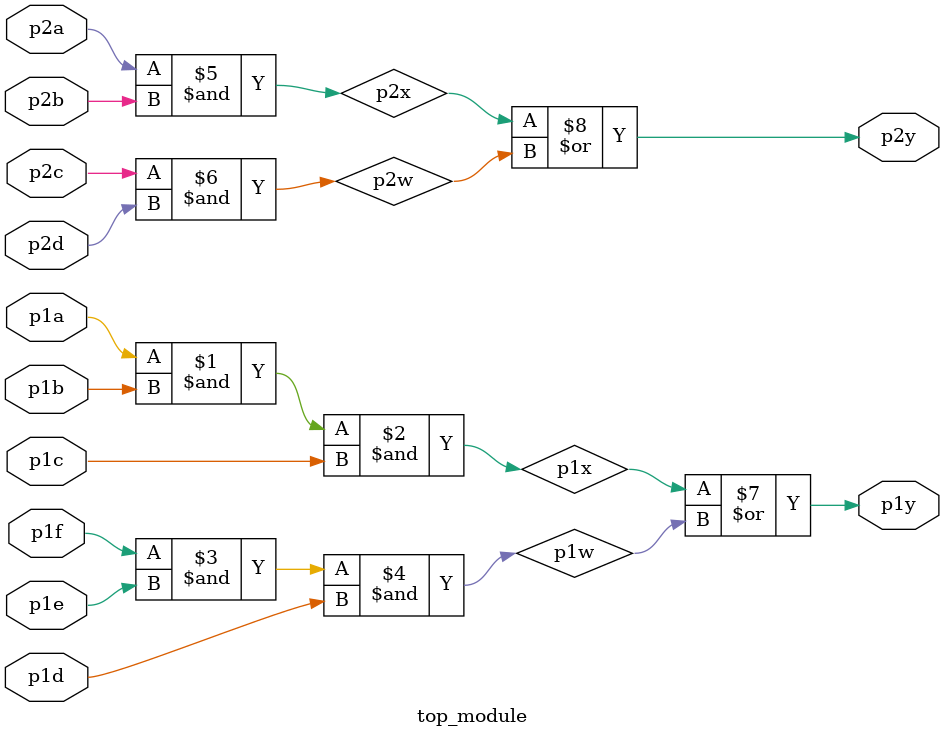
<source format=v>
module top_module ( 
    input p1a, p1b, p1c, p1d, p1e, p1f,
    output p1y,
    input p2a, p2b, p2c, p2d,
    output p2y );
	wire p1x, p1w, p2x, p2w;
    assign p1x = p1a & p1b & p1c;
    assign p1w = p1f & p1e & p1d;
    assign p2x = p2a & p2b;
    assign p2w = p2c & p2d;
    assign p1y = p1x | p1w;
    assign p2y = p2x | p2w;

endmodule


</source>
